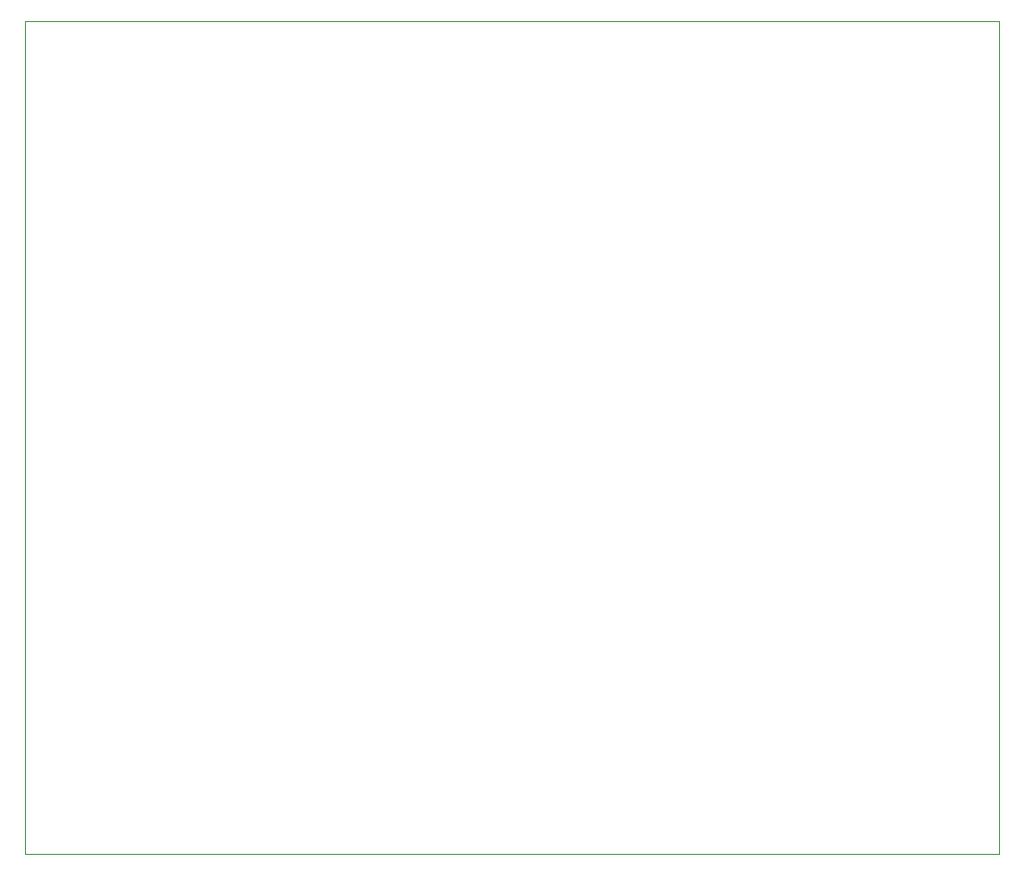
<source format=gm1>
%TF.GenerationSoftware,KiCad,Pcbnew,8.0.4-8.0.4-0~ubuntu24.04.1*%
%TF.CreationDate,2024-08-14T22:18:36+02:00*%
%TF.ProjectId,test_pcb,74657374-5f70-4636-922e-6b696361645f,rev?*%
%TF.SameCoordinates,Original*%
%TF.FileFunction,Profile,NP*%
%FSLAX46Y46*%
G04 Gerber Fmt 4.6, Leading zero omitted, Abs format (unit mm)*
G04 Created by KiCad (PCBNEW 8.0.4-8.0.4-0~ubuntu24.04.1) date 2024-08-14 22:18:36*
%MOMM*%
%LPD*%
G01*
G04 APERTURE LIST*
%TA.AperFunction,Profile*%
%ADD10C,0.050000*%
%TD*%
G04 APERTURE END LIST*
D10*
X119500000Y-60000000D02*
X205500000Y-60000000D01*
X205500000Y-133500000D01*
X119500000Y-133500000D01*
X119500000Y-60000000D01*
M02*

</source>
